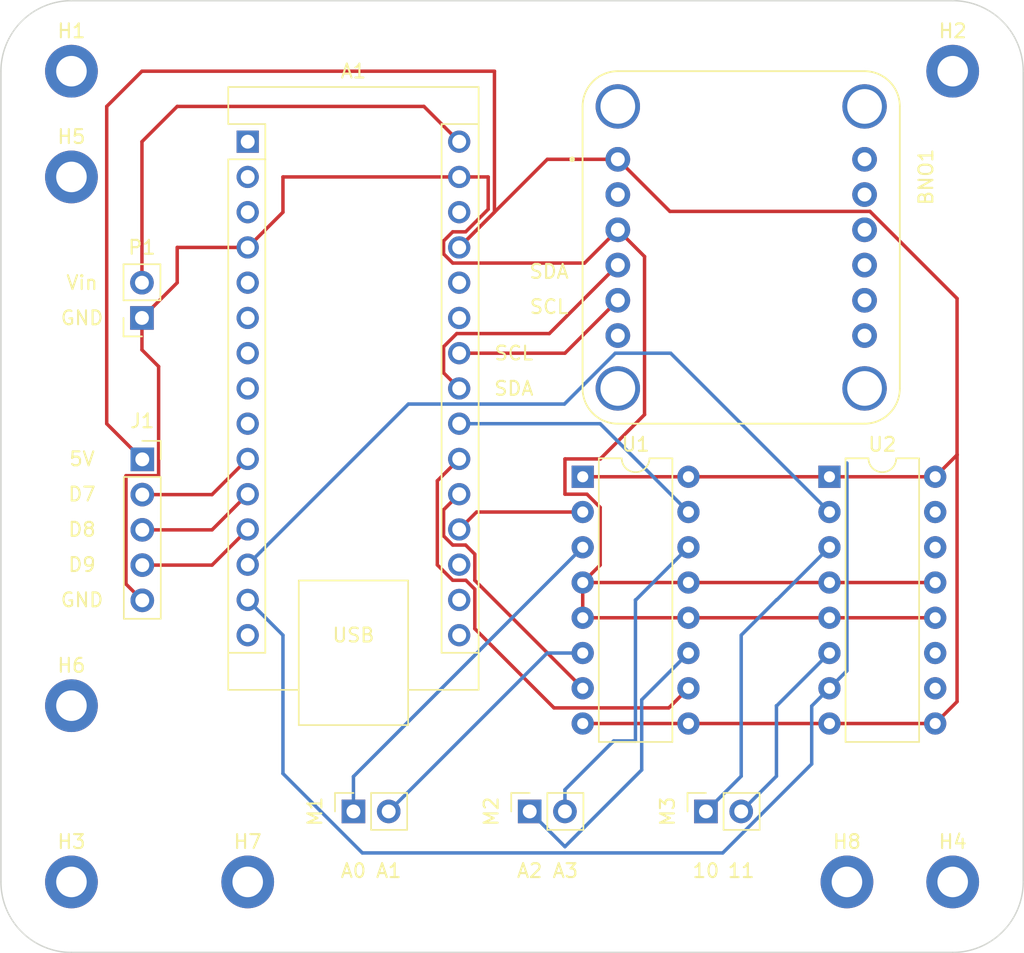
<source format=kicad_pcb>
(kicad_pcb (version 20211014) (generator pcbnew)
  (layers (0 "F.Cu" signal) (31 "B.Cu" signal) (34 "B.Paste" user) (35 "F.Paste" user) (36 "B.SilkS" user "B.Silkscreen") (37 "F.SilkS" user "F.Silkscreen") (38 "B.Mask" user) (39 "F.Mask" user) (44 "Edge.Cuts" user))
  (net 0 "")
  (net 4 "Net-(A1-Pad29)")
  (net 17 "Net-(A1-Pad27)")
  (net 18 "Net-(A1-Pad23)")
  (net 19 "Net-(A1-Pad24)")
  (net 20 "Net-(A1-Pad10)")
  (net 21 "Net-(A1-Pad11)")
  (net 22 "Net-(A1-Pad12)")
  (net 23 "Net-(A1-Pad19)")
  (net 24 "Net-(A1-Pad20)")
  (net 25 "Net-(A1-Pad21)")
  (net 26 "Net-(A1-Pad22)")
  (net 27 "Net-(A1-Pad30)")
  (net 36 "Net-(M1-Pad1)")
  (net 37 "Net-(M1-Pad2)")
  (net 38 "Net-(M2-Pad1)")
  (net 39 "Net-(M2-Pad2)")
  (net 40 "Net-(M3-Pad1)")
  (net 41 "Net-(M3-Pad2)")
  (net 46 "Net-(U2-Pad7)")
  (net 47 "Net-(U2-Pad2)")
  (footprint "MountingHole:MountingHole_2.2mm_M2_ISO14580_Pad" (layer "F.Cu") (at 162.56 114.3)
    (fp_text reference "H8" (at 0 -2.9) (layer "F.SilkS"))
    (fp_text value "MountingHole")
    (pad "1" thru_hole circle (at 0 0) (size 3.8 3.8) (drill 2.2) (layers *.Cu *.Mask))
  )
  (footprint "MountingHole:MountingHole_2.2mm_M2_ISO14580_Pad" (layer "F.Cu") (at 106.68 114.3)
    (fp_text reference "H3" (at 0 -2.9) (layer "F.SilkS"))
    (fp_text value "MountingHole")
    (pad "1" thru_hole circle (at 0 0) (size 3.8 3.8) (drill 2.2) (layers *.Cu *.Mask))
  )
  (footprint "Connector_PinSocket_2.54mm:PinSocket_1x02_P2.54mm_Vertical" (layer "F.Cu") (at 111.76 73.66 180)
    (fp_text reference "P1" (at 0 5.08) (layer "F.SilkS"))
    (fp_text value "Conn_01x02")
    (fp_line (start 1.33 -1.33) (end 1.33 0) (layer "F.SilkS") (width 0.12))
    (fp_line (start -1.33 1.27) (end 1.33 1.27) (layer "F.SilkS") (width 0.12))
    (fp_line (start -1.33 1.27) (end -1.33 3.87) (layer "F.SilkS") (width 0.12))
    (fp_line (start 0 -1.33) (end 1.33 -1.33) (layer "F.SilkS") (width 0.12))
    (fp_line (start 1.33 1.27) (end 1.33 3.87) (layer "F.SilkS") (width 0.12))
    (fp_line (start -1.33 3.87) (end 1.33 3.87) (layer "F.SilkS") (width 0.12))
    (pad "1" thru_hole rect (at 0 0 180) (size 1.7 1.7) (drill 1) (layers *.Cu *.Mask) (net 4 "Net-(A1-Pad29)"))
    (pad "2" thru_hole oval (at 0 2.54 180) (size 1.7 1.7) (drill 1) (layers *.Cu *.Mask) (net 27 "Net-(A1-Pad30)"))
  )
  (footprint "MountingHole:MountingHole_2.2mm_M2_ISO14580_Pad" (layer "F.Cu") (at 106.68 101.6)
    (fp_text reference "H6" (at 0 -2.9) (layer "F.SilkS"))
    (fp_text value "MountingHole")
    (pad "1" thru_hole circle (at 0 0) (size 3.8 3.8) (drill 2.2) (layers *.Cu *.Mask))
  )
  (footprint "MountingHole:MountingHole_2.2mm_M2_ISO14580_Pad" (layer "F.Cu") (at 119.38 114.3)
    (fp_text reference "H7" (at 0 -2.9) (layer "F.SilkS"))
    (fp_text value "MountingHole")
    (pad "1" thru_hole circle (at 0 0) (size 3.8 3.8) (drill 2.2) (layers *.Cu *.Mask))
  )
  (footprint "Connector_PinSocket_2.54mm:PinSocket_1x02_P2.54mm_Vertical" (layer "F.Cu") (at 139.7 109.22 90)
    (fp_text reference "M2" (at 0 -2.77 90) (layer "F.SilkS"))
    (fp_text value "Conn_01x02")
    (fp_line (start 1.33 1.27) (end 1.33 3.87) (layer "F.SilkS") (width 0.12))
    (fp_line (start -1.33 3.87) (end 1.33 3.87) (layer "F.SilkS") (width 0.12))
    (fp_line (start -1.33 1.27) (end 1.33 1.27) (layer "F.SilkS") (width 0.12))
    (fp_line (start 0 -1.33) (end 1.33 -1.33) (layer "F.SilkS") (width 0.12))
    (fp_line (start -1.33 1.27) (end -1.33 3.87) (layer "F.SilkS") (width 0.12))
    (fp_line (start 1.33 -1.33) (end 1.33 0) (layer "F.SilkS") (width 0.12))
    (pad "1" thru_hole rect (at 0 0 90) (size 1.7 1.7) (drill 1) (layers *.Cu *.Mask) (net 38 "Net-(M2-Pad1)"))
    (pad "2" thru_hole oval (at 0 2.54 90) (size 1.7 1.7) (drill 1) (layers *.Cu *.Mask) (net 39 "Net-(M2-Pad2)"))
  )
  (footprint "Connector_PinSocket_2.54mm:PinSocket_1x05_P2.54mm_Vertical" (layer "F.Cu") (at 111.785 83.85)
    (fp_text reference "J1" (at 0 -2.77) (layer "F.SilkS"))
    (fp_text value "Conn_01x05")
    (fp_line (start -1.33 1.27) (end -1.33 11.49) (layer "F.SilkS") (width 0.12))
    (fp_line (start -1.33 11.49) (end 1.33 11.49) (layer "F.SilkS") (width 0.12))
    (fp_line (start -1.33 1.27) (end 1.33 1.27) (layer "F.SilkS") (width 0.12))
    (fp_line (start 1.33 -1.33) (end 1.33 0) (layer "F.SilkS") (width 0.12))
    (fp_line (start 0 -1.33) (end 1.33 -1.33) (layer "F.SilkS") (width 0.12))
    (fp_line (start 1.33 1.27) (end 1.33 11.49) (layer "F.SilkS") (width 0.12))
    (pad "1" thru_hole rect (at 0 0) (size 1.7 1.7) (drill 1) (layers *.Cu *.Mask) (net 17 "Net-(A1-Pad27)"))
    (pad "2" thru_hole oval (at 0 2.54) (size 1.7 1.7) (drill 1) (layers *.Cu *.Mask) (net 20 "Net-(A1-Pad10)"))
    (pad "3" thru_hole oval (at 0 5.08) (size 1.7 1.7) (drill 1) (layers *.Cu *.Mask) (net 21 "Net-(A1-Pad11)"))
    (pad "4" thru_hole oval (at 0 7.62) (size 1.7 1.7) (drill 1) (layers *.Cu *.Mask) (net 22 "Net-(A1-Pad12)"))
    (pad "5" thru_hole oval (at 0 10.16) (size 1.7 1.7) (drill 1) (layers *.Cu *.Mask) (net 4 "Net-(A1-Pad29)"))
  )
  (footprint "Package_DIP:DIP-16_W7.62mm" (layer "F.Cu") (at 161.3 85.105)
    (fp_text reference "U2" (at 3.81 -2.33) (layer "F.SilkS"))
    (fp_text value "L293D")
    (fp_line (start 2.81 -1.33) (end 1.16 -1.33) (layer "F.SilkS") (width 0.12))
    (fp_line (start 6.46 19.11) (end 6.46 -1.33) (layer "F.SilkS") (width 0.12))
    (fp_line (start 1.16 -1.33) (end 1.16 19.11) (layer "F.SilkS") (width 0.12))
    (fp_line (start 6.46 -1.33) (end 4.81 -1.33) (layer "F.SilkS") (width 0.12))
    (fp_line (start 1.16 19.11) (end 6.46 19.11) (layer "F.SilkS") (width 0.12))
    (fp_arc (start 4.81 -1.33) (mid 3.81 -0.33) (end 2.81 -1.33) (layer "F.SilkS") (width 0.12))
    (pad "1" thru_hole rect (at 0 0) (size 1.6 1.6) (drill 0.8) (layers *.Cu *.Mask) (net 17 "Net-(A1-Pad27)"))
    (pad "2" thru_hole oval (at 0 2.54) (size 1.6 1.6) (drill 0.8) (layers *.Cu *.Mask) (net 47 "Net-(U2-Pad2)"))
    (pad "3" thru_hole oval (at 0 5.08) (size 1.6 1.6) (drill 0.8) (layers *.Cu *.Mask) (net 40 "Net-(M3-Pad1)"))
    (pad "4" thru_hole oval (at 0 7.62) (size 1.6 1.6) (drill 0.8) (layers *.Cu *.Mask) (net 4 "Net-(A1-Pad29)"))
    (pad "5" thru_hole oval (at 0 10.16) (size 1.6 1.6) (drill 0.8) (layers *.Cu *.Mask) (net 4 "Net-(A1-Pad29)"))
    (pad "6" thru_hole oval (at 0 12.7) (size 1.6 1.6) (drill 0.8) (layers *.Cu *.Mask) (net 41 "Net-(M3-Pad2)"))
    (pad "7" thru_hole oval (at 0 15.24) (size 1.6 1.6) (drill 0.8) (layers *.Cu *.Mask) (net 46 "Net-(U2-Pad7)"))
    (pad "8" thru_hole oval (at 0 17.78) (size 1.6 1.6) (drill 0.8) (layers *.Cu *.Mask) (net 17 "Net-(A1-Pad27)"))
    (pad "9" thru_hole oval (at 7.62 17.78) (size 1.6 1.6) (drill 0.8) (layers *.Cu *.Mask) (net 17 "Net-(A1-Pad27)"))
    (pad "10" thru_hole oval (at 7.62 15.24) (size 1.6 1.6) (drill 0.8) (layers *.Cu *.Mask))
    (pad "11" thru_hole oval (at 7.62 12.7) (size 1.6 1.6) (drill 0.8) (layers *.Cu *.Mask))
    (pad "12" thru_hole oval (at 7.62 10.16) (size 1.6 1.6) (drill 0.8) (layers *.Cu *.Mask) (net 4 "Net-(A1-Pad29)"))
    (pad "13" thru_hole oval (at 7.62 7.62) (size 1.6 1.6) (drill 0.8) (layers *.Cu *.Mask) (net 4 "Net-(A1-Pad29)"))
    (pad "14" thru_hole oval (at 7.62 5.08) (size 1.6 1.6) (drill 0.8) (layers *.Cu *.Mask))
    (pad "15" thru_hole oval (at 7.62 2.54) (size 1.6 1.6) (drill 0.8) (layers *.Cu *.Mask))
    (pad "16" thru_hole oval (at 7.62 0) (size 1.6 1.6) (drill 0.8) (layers *.Cu *.Mask) (net 17 "Net-(A1-Pad27)"))
  )
  (footprint "MountingHole:MountingHole_2.2mm_M2_ISO14580_Pad" (layer "F.Cu") (at 106.68 63.5)
    (fp_text reference "H5" (at 0 -2.9) (layer "F.SilkS"))
    (fp_text value "MountingHole")
    (pad "1" thru_hole circle (at 0 0) (size 3.8 3.8) (drill 2.2) (layers *.Cu *.Mask))
  )
  (footprint "Module:Arduino_Nano" (layer "F.Cu") (at 119.38 60.96)
    (fp_text reference "A1" (at 7.62 -5.08) (layer "F.SilkS"))
    (fp_text value "Arduino_Nano_Every")
    (fp_text user "USB" (at 7.62 35.56 unlocked) (layer "F.SilkS"))
    (fp_line (start 16.64 39.5) (end 16.64 -3.94) (layer "F.SilkS") (width 0.12))
    (fp_line (start 3.68 42.04) (end 3.68 31.62) (layer "F.SilkS") (width 0.12))
    (fp_line (start 1.27 1.27) (end 1.27 -1.27) (layer "F.SilkS") (width 0.12))
    (fp_line (start 3.68 31.62) (end 11.56 31.62) (layer "F.SilkS") (width 0.12))
    (fp_line (start -1.4 39.5) (end 3.68 39.5) (layer "F.SilkS") (width 0.12))
    (fp_line (start 1.27 1.27) (end 1.27 36.83) (layer "F.SilkS") (width 0.12))
    (fp_line (start 16.64 -3.94) (end -1.4 -3.94) (layer "F.SilkS") (width 0.12))
    (fp_line (start 13.97 -1.27) (end 13.97 36.83) (layer "F.SilkS") (width 0.12))
    (fp_line (start 1.27 1.27) (end -1.4 1.27) (layer "F.SilkS") (width 0.12))
    (fp_line (start 13.97 -1.27) (end 16.64 -1.27) (layer "F.SilkS") (width 0.12))
    (fp_line (start 11.56 42.04) (end 3.68 42.04) (layer "F.SilkS") (width 0.12))
    (fp_line (start -1.4 -3.94) (end -1.4 -1.27) (layer "F.SilkS") (width 0.12))
    (fp_line (start -1.4 1.27) (end -1.4 39.5) (layer "F.SilkS") (width 0.12))
    (fp_line (start 11.56 31.62) (end 11.56 42.04) (layer "F.SilkS") (width 0.12))
    (fp_line (start 1.27 -1.27) (end -1.4 -1.27) (layer "F.SilkS") (width 0.12))
    (fp_line (start 16.64 39.5) (end 11.56 39.5) (layer "F.SilkS") (width 0.12))
    (fp_line (start 13.97 36.83) (end 16.64 36.83) (layer "F.SilkS") (width 0.12))
    (fp_line (start 1.27 36.83) (end -1.4 36.83) (layer "F.SilkS") (width 0.12))
    (pad "1" thru_hole rect (at 0 0) (size 1.6 1.6) (drill 1) (layers *.Cu *.Mask))
    (pad "2" thru_hole oval (at 0 2.54) (size 1.6 1.6) (drill 1) (layers *.Cu *.Mask))
    (pad "3" thru_hole oval (at 0 5.08) (size 1.6 1.6) (drill 1) (layers *.Cu *.Mask))
    (pad "4" thru_hole oval (at 0 7.62) (size 1.6 1.6) (drill 1) (layers *.Cu *.Mask) (net 4 "Net-(A1-Pad29)"))
    (pad "5" thru_hole oval (at 0 10.16) (size 1.6 1.6) (drill 1) (layers *.Cu *.Mask))
    (pad "6" thru_hole oval (at 0 12.7) (size 1.6 1.6) (drill 1) (layers *.Cu *.Mask))
    (pad "7" thru_hole oval (at 0 15.24) (size 1.6 1.6) (drill 1) (layers *.Cu *.Mask))
    (pad "8" thru_hole oval (at 0 17.78) (size 1.6 1.6) (drill 1) (layers *.Cu *.Mask))
    (pad "9" thru_hole oval (at 0 20.32) (size 1.6 1.6) (drill 1) (layers *.Cu *.Mask))
    (pad "10" thru_hole oval (at 0 22.86) (size 1.6 1.6) (drill 1) (layers *.Cu *.Mask) (net 20 "Net-(A1-Pad10)"))
    (pad "11" thru_hole oval (at 0 25.4) (size 1.6 1.6) (drill 1) (layers *.Cu *.Mask) (net 21 "Net-(A1-Pad11)"))
    (pad "12" thru_hole oval (at 0 27.94) (size 1.6 1.6) (drill 1) (layers *.Cu *.Mask) (net 22 "Net-(A1-Pad12)"))
    (pad "13" thru_hole oval (at 0 30.48) (size 1.6 1.6) (drill 1) (layers *.Cu *.Mask) (net 47 "Net-(U2-Pad2)"))
    (pad "14" thru_hole oval (at 0 33.02) (size 1.6 1.6) (drill 1) (layers *.Cu *.Mask) (net 46 "Net-(U2-Pad7)"))
    (pad "15" thru_hole oval (at 0 35.56) (size 1.6 1.6) (drill 1) (layers *.Cu *.Mask))
    (pad "16" thru_hole oval (at 15.24 35.56) (size 1.6 1.6) (drill 1) (layers *.Cu *.Mask))
    (pad "17" thru_hole oval (at 15.24 33.02) (size 1.6 1.6) (drill 1) (layers *.Cu *.Mask))
    (pad "18" thru_hole oval (at 15.24 30.48) (size 1.6 1.6) (drill 1) (layers *.Cu *.Mask))
    (pad "19" thru_hole oval (at 15.24 27.94) (size 1.6 1.6) (drill 1) (layers *.Cu *.Mask) (net 23 "Net-(A1-Pad19)"))
    (pad "20" thru_hole oval (at 15.24 25.4) (size 1.6 1.6) (drill 1) (layers *.Cu *.Mask) (net 24 "Net-(A1-Pad20)"))
    (pad "21" thru_hole oval (at 15.24 22.86) (size 1.6 1.6) (drill 1) (layers *.Cu *.Mask) (net 25 "Net-(A1-Pad21)"))
    (pad "22" thru_hole oval (at 15.24 20.32) (size 1.6 1.6) (drill 1) (layers *.Cu *.Mask) (net 26 "Net-(A1-Pad22)"))
    (pad "23" thru_hole oval (at 15.24 17.78) (size 1.6 1.6) (drill 1) (layers *.Cu *.Mask) (net 18 "Net-(A1-Pad23)"))
    (pad "24" thru_hole oval (at 15.24 15.24) (size 1.6 1.6) (drill 1) (layers *.Cu *.Mask) (net 19 "Net-(A1-Pad24)"))
    (pad "25" thru_hole oval (at 15.24 12.7) (size 1.6 1.6) (drill 1) (layers *.Cu *.Mask))
    (pad "26" thru_hole oval (at 15.24 10.16) (size 1.6 1.6) (drill 1) (layers *.Cu *.Mask))
    (pad "27" thru_hole oval (at 15.24 7.62) (size 1.6 1.6) (drill 1) (layers *.Cu *.Mask) (net 17 "Net-(A1-Pad27)"))
    (pad "28" thru_hole oval (at 15.24 5.08) (size 1.6 1.6) (drill 1) (layers *.Cu *.Mask))
    (pad "29" thru_hole oval (at 15.24 2.54) (size 1.6 1.6) (drill 1) (layers *.Cu *.Mask) (net 4 "Net-(A1-Pad29)"))
    (pad "30" thru_hole oval (at 15.24 0) (size 1.6 1.6) (drill 1) (layers *.Cu *.Mask) (net 27 "Net-(A1-Pad30)"))
  )
  (footprint "Connector_PinSocket_2.54mm:PinSocket_1x02_P2.54mm_Vertical" (layer "F.Cu") (at 152.4 109.22 90)
    (fp_text reference "M3" (at 0 -2.77 90) (layer "F.SilkS"))
    (fp_text value "Conn_01x02")
    (fp_line (start -1.33 3.87) (end 1.33 3.87) (layer "F.SilkS") (width 0.12))
    (fp_line (start 1.33 1.27) (end 1.33 3.87) (layer "F.SilkS") (width 0.12))
    (fp_line (start -1.33 1.27) (end 1.33 1.27) (layer "F.SilkS") (width 0.12))
    (fp_line (start 0 -1.33) (end 1.33 -1.33) (layer "F.SilkS") (width 0.12))
    (fp_line (start 1.33 -1.33) (end 1.33 0) (layer "F.SilkS") (width 0.12))
    (fp_line (start -1.33 1.27) (end -1.33 3.87) (layer "F.SilkS") (width 0.12))
    (pad "1" thru_hole rect (at 0 0 90) (size 1.7 1.7) (drill 1) (layers *.Cu *.Mask) (net 40 "Net-(M3-Pad1)"))
    (pad "2" thru_hole oval (at 0 2.54 90) (size 1.7 1.7) (drill 1) (layers *.Cu *.Mask) (net 41 "Net-(M3-Pad2)"))
  )
  (footprint "Connector_PinSocket_2.54mm:PinSocket_1x02_P2.54mm_Vertical" (layer "F.Cu") (at 127 109.22 90)
    (fp_text reference "M1" (at 0 -2.77 90) (layer "F.SilkS"))
    (fp_text value "Conn_01x02")
    (fp_line (start 1.33 1.27) (end 1.33 3.87) (layer "F.SilkS") (width 0.12))
    (fp_line (start 1.33 -1.33) (end 1.33 0) (layer "F.SilkS") (width 0.12))
    (fp_line (start -1.33 1.27) (end -1.33 3.87) (layer "F.SilkS") (width 0.12))
    (fp_line (start -1.33 1.27) (end 1.33 1.27) (layer "F.SilkS") (width 0.12))
    (fp_line (start -1.33 3.87) (end 1.33 3.87) (layer "F.SilkS") (width 0.12))
    (fp_line (start 0 -1.33) (end 1.33 -1.33) (layer "F.SilkS") (width 0.12))
    (pad "1" thru_hole rect (at 0 0 90) (size 1.7 1.7) (drill 1) (layers *.Cu *.Mask) (net 36 "Net-(M1-Pad1)"))
    (pad "2" thru_hole oval (at 0 2.54 90) (size 1.7 1.7) (drill 1) (layers *.Cu *.Mask) (net 37 "Net-(M1-Pad2)"))
  )
  (footprint "MountingHole:MountingHole_2.2mm_M2_ISO14580_Pad" (layer "F.Cu") (at 170.18 55.88)
    (fp_text reference "H2" (at 0 -2.9) (layer "F.SilkS"))
    (fp_text value "MountingHole")
    (pad "1" thru_hole circle (at 0 0) (size 3.8 3.8) (drill 2.2) (layers *.Cu *.Mask))
  )
  (footprint "Package_DIP:DIP-16_W7.62mm" (layer "F.Cu") (at 143.52 85.105)
    (fp_text reference "U1" (at 3.81 -2.33) (layer "F.SilkS"))
    (fp_text value "L293D")
    (fp_line (start 6.46 -1.33) (end 4.81 -1.33) (layer "F.SilkS") (width 0.12))
    (fp_line (start 6.46 19.11) (end 6.46 -1.33) (layer "F.SilkS") (width 0.12))
    (fp_line (start 1.16 -1.33) (end 1.16 19.11) (layer "F.SilkS") (width 0.12))
    (fp_line (start 1.16 19.11) (end 6.46 19.11) (layer "F.SilkS") (width 0.12))
    (fp_line (start 2.81 -1.33) (end 1.16 -1.33) (layer "F.SilkS") (width 0.12))
    (fp_arc (start 4.81 -1.33) (mid 3.81 -0.33) (end 2.81 -1.33) (layer "F.SilkS") (width 0.12))
    (pad "1" thru_hole rect (at 0 0) (size 1.6 1.6) (drill 0.8) (layers *.Cu *.Mask) (net 17 "Net-(A1-Pad27)"))
    (pad "2" thru_hole oval (at 0 2.54) (size 1.6 1.6) (drill 0.8) (layers *.Cu *.Mask) (net 23 "Net-(A1-Pad19)"))
    (pad "3" thru_hole oval (at 0 5.08) (size 1.6 1.6) (drill 0.8) (layers *.Cu *.Mask) (net 36 "Net-(M1-Pad1)"))
    (pad "4" thru_hole oval (at 0 7.62) (size 1.6 1.6) (drill 0.8) (layers *.Cu *.Mask) (net 4 "Net-(A1-Pad29)"))
    (pad "5" thru_hole oval (at 0 10.16) (size 1.6 1.6) (drill 0.8) (layers *.Cu *.Mask) (net 4 "Net-(A1-Pad29)"))
    (pad "6" thru_hole oval (at 0 12.7) (size 1.6 1.6) (drill 0.8) (layers *.Cu *.Mask) (net 37 "Net-(M1-Pad2)"))
    (pad "7" thru_hole oval (at 0 15.24) (size 1.6 1.6) (drill 0.8) (layers *.Cu *.Mask) (net 24 "Net-(A1-Pad20)"))
    (pad "8" thru_hole oval (at 0 17.78) (size 1.6 1.6) (drill 0.8) (layers *.Cu *.Mask) (net 17 "Net-(A1-Pad27)"))
    (pad "9" thru_hole oval (at 7.62 17.78) (size 1.6 1.6) (drill 0.8) (layers *.Cu *.Mask) (net 17 "Net-(A1-Pad27)"))
    (pad "10" thru_hole oval (at 7.62 15.24) (size 1.6 1.6) (drill 0.8) (layers *.Cu *.Mask) (net 25 "Net-(A1-Pad21)"))
    (pad "11" thru_hole oval (at 7.62 12.7) (size 1.6 1.6) (drill 0.8) (layers *.Cu *.Mask) (net 38 "Net-(M2-Pad1)"))
    (pad "12" thru_hole oval (at 7.62 10.16) (size 1.6 1.6) (drill 0.8) (layers *.Cu *.Mask) (net 4 "Net-(A1-Pad29)"))
    (pad "13" thru_hole oval (at 7.62 7.62) (size 1.6 1.6) (drill 0.8) (layers *.Cu *.Mask) (net 4 "Net-(A1-Pad29)"))
    (pad "14" thru_hole oval (at 7.62 5.08) (size 1.6 1.6) (drill 0.8) (layers *.Cu *.Mask) (net 39 "Net-(M2-Pad2)"))
    (pad "15" thru_hole oval (at 7.62 2.54) (size 1.6 1.6) (drill 0.8) (layers *.Cu *.Mask) (net 26 "Net-(A1-Pad22)"))
    (pad "16" thru_hole oval (at 7.62 0) (size 1.6 1.6) (drill 0.8) (layers *.Cu *.Mask) (net 17 "Net-(A1-Pad27)"))
  )
  (footprint "MountingHole:MountingHole_2.2mm_M2_ISO14580_Pad" (layer "F.Cu") (at 170.18 114.3)
    (fp_text reference "H4" (at 0 -2.9) (layer "F.SilkS"))
    (fp_text value "MountingHole")
    (pad "1" thru_hole circle (at 0 0) (size 3.8 3.8) (drill 2.2) (layers *.Cu *.Mask))
  )
  (footprint "MountingHole:MountingHole_2.2mm_M2_ISO14580_Pad" (layer "F.Cu") (at 106.68 55.88)
    (fp_text reference "H1" (at 0 -2.9) (layer "F.SilkS"))
    (fp_text value "MountingHole")
    (pad "1" thru_hole circle (at 0 0) (size 3.8 3.8) (drill 2.2) (layers *.Cu *.Mask))
  )
  (footprint "KiCad:MODULE_4754" (layer "F.Cu") (at 154.94 68.58 -90)
    (fp_text reference "BNO1" (at -5.08 -13.315 90) (layer "F.SilkS"))
    (fp_text value "4754")
    (fp_line (start -10.16 11.43) (end 10.16 11.43) (layer "F.SilkS") (width 0.127))
    (fp_line (start 10.16 -11.43) (end -10.16 -11.43) (layer "F.SilkS") (width 0.127))
    (fp_line (start -12.7 -8.89) (end -12.7 8.89) (layer "F.SilkS") (width 0.127))
    (fp_line (start 12.7 8.89) (end 12.7 -8.89) (layer "F.SilkS") (width 0.127))
    (fp_arc (start -12.7 -8.89) (mid -11.956051 -10.686051) (end -10.16 -11.43) (layer "F.SilkS") (width 0.127))
    (fp_arc (start -10.16 11.43) (mid -11.956051 10.686051) (end -12.7 8.89) (layer "F.SilkS") (width 0.127))
    (fp_arc (start 10.16 -11.43) (mid 11.956051 -10.686051) (end 12.7 -8.89) (layer "F.SilkS") (width 0.127))
    (fp_arc (start 12.7 8.89) (mid 11.956051 10.686051) (end 10.16 11.43) (layer "F.SilkS") (width 0.127))
    (fp_circle (center -6.35 12.18) (end -6.25 12.18) (layer "F.SilkS") (width 0.2) (fill none))
    (pad "JP1_1" thru_hole circle locked (at -6.35 8.89 270) (size 1.778 1.778) (drill 1) (layers *.Cu *.Mask) (net 17 "Net-(A1-Pad27)"))
    (pad "JP1_2" thru_hole circle locked (at -3.81 8.89 270) (size 1.778 1.778) (drill 1) (layers *.Cu *.Mask))
    (pad "JP1_3" thru_hole circle locked (at -1.27 8.89 270) (size 1.778 1.778) (drill 1) (layers *.Cu *.Mask) (net 4 "Net-(A1-Pad29)"))
    (pad "JP1_4" thru_hole circle locked (at 1.27 8.89 270) (size 1.778 1.778) (drill 1) (layers *.Cu *.Mask) (net 18 "Net-(A1-Pad23)"))
    (pad "JP1_5" thru_hole circle locked (at 3.81 8.89 270) (size 1.778 1.778) (drill 1) (layers *.Cu *.Mask) (net 19 "Net-(A1-Pad24)"))
    (pad "JP1_6" thru_hole circle locked (at 6.35 8.89 270) (size 1.778 1.778) (drill 1) (layers *.Cu *.Mask))
    (pad "JP2_1" thru_hole circle locked (at -6.35 -8.89 270) (size 1.778 1.778) (drill 1) (layers *.Cu *.Mask))
    (pad "JP2_2" thru_hole circle locked (at -3.81 -8.89 270) (size 1.778 1.778) (drill 1) (layers *.Cu *.Mask))
    (pad "JP2_3" thru_hole circle locked (at -1.27 -8.89 270) (size 1.778 1.778) (drill 1) (layers *.Cu *.Mask))
    (pad "JP2_4" thru_hole circle locked (at 1.27 -8.89 270) (size 1.778 1.778) (drill 1) (layers *.Cu *.Mask))
    (pad "JP2_5" thru_hole circle locked (at 3.81 -8.89 270) (size 1.778 1.778) (drill 1) (layers *.Cu *.Mask))
    (pad "JP2_6" thru_hole circle locked (at 6.35 -8.89 270) (size 1.778 1.778) (drill 1) (layers *.Cu *.Mask))
    (pad "P1" thru_hole circle locked (at -10.16 -8.89 270) (size 3.2 3.2) (drill 2.5) (layers *.Cu *.Mask))
    (pad "P2" thru_hole circle locked (at 10.16 -8.89 270) (size 3.2 3.2) (drill 2.5) (layers *.Cu *.Mask))
    (pad "P3" thru_hole circle locked (at -10.16 8.89 270) (size 3.2 3.2) (drill 2.5) (layers *.Cu *.Mask))
    (pad "P4" thru_hole circle locked (at 10.16 8.89 270) (size 3.2 3.2) (drill 2.5) (layers *.Cu *.Mask))
  )
  (gr_arc (start 175.26 114.3) (mid 173.772102 117.892102) (end 170.18 119.38) (layer "Edge.Cuts") (width 0.1))
  (gr_arc (start 106.68 119.38) (mid 103.087898 117.892102) (end 101.6 114.3) (layer "Edge.Cuts") (width 0.1))
  (gr_line (start 170.18 119.38) (end 106.68 119.38) (layer "Edge.Cuts") (width 0.1))
  (gr_line (start 175.26 55.88) (end 175.26 114.3) (layer "Edge.Cuts") (width 0.1))
  (gr_line (start 106.68 50.8) (end 170.18 50.8) (layer "Edge.Cuts") (width 0.1))
  (gr_arc (start 170.18 50.8) (mid 173.772102 52.287898) (end 175.26 55.88) (layer "Edge.Cuts") (width 0.1))
  (gr_arc (start 101.6 55.88) (mid 103.087898 52.287898) (end 106.68 50.8) (layer "Edge.Cuts") (width 0.1))
  (gr_line (start 101.6 55.88) (end 101.6 114.3) (layer "Edge.Cuts") (width 0.1))
  (gr_text "SCL   " (at 139.7 76.2) (layer "F.SilkS") (effects (font (size 1 1))))
  (gr_text "A3\n\n" (at 142.27 114.3) (layer "F.SilkS") (effects (font (size 1 1))))
  (gr_text "  D8" (at 106.68 88.9) (layer "F.SilkS") (effects (font (size 1 1))))
  (gr_text "10\n\n" (at 152.4 114.3) (layer "F.SilkS") (effects (font (size 1 1))))
  (gr_text "  5V" (at 106.68 83.82) (layer "F.SilkS") (effects (font (size 1 1))))
  (gr_text "SDA   " (at 139.7 78.74) (layer "F.SilkS") (effects (font (size 1 1))))
  (gr_text "11\n\n" (at 154.94 114.3) (layer "F.SilkS") (effects (font (size 1 1))))
  (gr_text "A2\n\n" (at 139.7 114.3) (layer "F.SilkS") (effects (font (size 1 1))))
  (gr_text "  GND" (at 106.68 73.66) (layer "F.SilkS") (effects (font (size 1 1))))
  (gr_text "  D9" (at 106.68 91.44) (layer "F.SilkS") (effects (font (size 1 1))))
  (gr_text "A0\n\n" (at 127 114.3) (layer "F.SilkS") (effects (font (size 1 1))))
  (gr_text "SDA   \n " (at 142.24 71.12) (layer "F.SilkS") (effects (font (size 1 1))))
  (gr_text "A1\n\n" (at 129.54 114.3) (layer "F.SilkS") (effects (font (size 1 1))))
  (gr_text "  GND" (at 106.68 93.98) (layer "F.SilkS") (effects (font (size 1 1))))
  (gr_text "  Vin" (at 106.68 71.12) (layer "F.SilkS") (effects (font (size 1 1))))
  (gr_text "SCL   \n " (at 142.24 73.66) (layer "F.SilkS") (effects (font (size 1 1))))
  (gr_text "  D7" (at 106.68 86.36) (layer "F.SilkS") (effects (font (size 1 1))))
  (segment (start 110.61 92.835) (end 110.61 85.025) (width 0.25) (layer "F.Cu") (net 4))
  (segment (start 144.78 87.314009) (end 144.78 91.465) (width 0.25) (layer "F.Cu") (net 4))
  (segment (start 147.975 80.625) (end 147.975 69.235) (width 0.25) (layer "F.Cu") (net 4))
  (segment (start 111.76 73.66) (end 111.76 75.96) (width 0.25) (layer "F.Cu") (net 4))
  (segment (start 143.825991 86.36) (end 144.78 87.314009) (width 0.25) (layer "F.Cu") (net 4))
  (segment (start 144.78 83.82) (end 142.24 83.82) (width 0.25) (layer "F.Cu") (net 4))
  (segment (start 142.24 86.36) (end 143.825991 86.36) (width 0.25) (layer "F.Cu") (net 4))
  (segment (start 111.76 75.96) (end 112.96 77.16) (width 0.25) (layer "F.Cu") (net 4))
  (segment (start 143.655 69.705) (end 146.05 67.31) (width 0.25) (layer "F.Cu") (net 4))
  (segment (start 110.61 85.025) (end 112.96 85.025) (width 0.25) (layer "F.Cu") (net 4))
  (segment (start 144.78 91.465) (end 143.52 92.725) (width 0.25) (layer "F.Cu") (net 4))
  (segment (start 112.96 85.025) (end 112.96 77.16) (width 0.25) (layer "F.Cu") (net 4))
  (segment (start 114.3 71.12) (end 114.3 68.58) (width 0.25) (layer "F.Cu") (net 4))
  (segment (start 136.71 63.5) (end 136.71 65.830991) (width 0.25) (layer "F.Cu") (net 4))
  (segment (start 119.38 68.58) (end 121.92 66.04) (width 0.25) (layer "F.Cu") (net 4))
  (segment (start 111.785 94.01) (end 110.61 92.835) (width 0.25) (layer "F.Cu") (net 4))
  (segment (start 134.154009 69.705) (end 143.655 69.705) (width 0.25) (layer "F.Cu") (net 4))
  (segment (start 121.92 63.5) (end 134.62 63.5) (width 0.25) (layer "F.Cu") (net 4))
  (segment (start 134.62 63.5) (end 136.71 63.5) (width 0.25) (layer "F.Cu") (net 4))
  (segment (start 147.975 69.235) (end 146.05 67.31) (width 0.25) (layer "F.Cu") (net 4))
  (segment (start 143.52 92.725) (end 151.14 92.725) (width 0.25) (layer "F.Cu") (net 4))
  (segment (start 144.78 83.82) (end 147.975 80.625) (width 0.25) (layer "F.Cu") (net 4))
  (segment (start 134.154009 67.455) (end 133.495 68.114009) (width 0.25) (layer "F.Cu") (net 4))
  (segment (start 144.805 83.82) (end 144.78 83.82) (width 0.25) (layer "F.Cu") (net 4))
  (segment (start 133.495 68.114009) (end 133.495 69.045991) (width 0.25) (layer "F.Cu") (net 4))
  (segment (start 136.71 65.830991) (end 135.085991 67.455) (width 0.25) (layer "F.Cu") (net 4))
  (segment (start 114.3 68.58) (end 119.38 68.58) (width 0.25) (layer "F.Cu") (net 4))
  (segment (start 135.085991 67.455) (end 134.154009 67.455) (width 0.25) (layer "F.Cu") (net 4))
  (segment (start 161.3 95.265) (end 168.92 95.265) (width 0.25) (layer "F.Cu") (net 4))
  (segment (start 143.52 92.725) (end 143.52 95.265) (width 0.25) (layer "F.Cu") (net 4))
  (segment (start 133.495 69.045991) (end 134.154009 69.705) (width 0.25) (layer "F.Cu") (net 4))
  (segment (start 151.14 95.265) (end 161.3 95.265) (width 0.25) (layer "F.Cu") (net 4))
  (segment (start 121.92 66.04) (end 121.92 63.5) (width 0.25) (layer "F.Cu") (net 4))
  (segment (start 111.76 73.66) (end 114.3 71.12) (width 0.25) (layer "F.Cu") (net 4))
  (segment (start 142.24 83.82) (end 142.24 86.36) (width 0.25) (layer "F.Cu") (net 4))
  (segment (start 151.14 92.725) (end 161.3 92.725) (width 0.25) (layer "F.Cu") (net 4))
  (segment (start 161.3 92.725) (end 168.92 92.725) (width 0.25) (layer "F.Cu") (net 4))
  (segment (start 143.52 95.265) (end 151.14 95.265) (width 0.25) (layer "F.Cu") (net 4))
  (segment (start 111.785 83.85) (end 111.785 83.845) (width 0.25) (layer "F.Cu") (net 17))
  (segment (start 111.76 55.88) (end 137.16 55.88) (width 0.25) (layer "F.Cu") (net 17))
  (segment (start 137.16 66.04) (end 134.62 68.58) (width 0.25) (layer "F.Cu") (net 17))
  (segment (start 161.3 85.105) (end 168.92 85.105) (width 0.25) (layer "F.Cu") (net 17))
  (segment (start 170.495 83.53) (end 170.495 83.505) (width 0.25) (layer "F.Cu") (net 17))
  (segment (start 109.22 58.42) (end 111.76 55.88) (width 0.25) (layer "F.Cu") (net 17))
  (segment (start 151.14 102.885) (end 161.3 102.885) (width 0.25) (layer "F.Cu") (net 17))
  (segment (start 168.92 102.885) (end 170.495 101.31) (width 0.25) (layer "F.Cu") (net 17))
  (segment (start 168.92 85.105) (end 170.495 83.53) (width 0.25) (layer "F.Cu") (net 17))
  (segment (start 111.785 83.845) (end 109.22 81.28) (width 0.25) (layer "F.Cu") (net 17))
  (segment (start 109.22 81.28) (end 109.22 58.42) (width 0.25) (layer "F.Cu") (net 17))
  (segment (start 134.62 68.58) (end 140.97 62.23) (width 0.25) (layer "F.Cu") (net 17))
  (segment (start 143.52 85.105) (end 151.14 85.105) (width 0.25) (layer "F.Cu") (net 17))
  (segment (start 151.14 85.105) (end 161.3 85.105) (width 0.25) (layer "F.Cu") (net 17))
  (segment (start 149.804 65.984) (end 146.05 62.23) (width 0.25) (layer "F.Cu") (net 17))
  (segment (start 164.220856 65.984) (end 149.804 65.984) (width 0.25) (layer "F.Cu") (net 17))
  (segment (start 143.52 102.885) (end 151.14 102.885) (width 0.25) (layer "F.Cu") (net 17))
  (segment (start 161.3 102.885) (end 168.92 102.885) (width 0.25) (layer "F.Cu") (net 17))
  (segment (start 170.495 101.31) (end 170.495 83.505) (width 0.25) (layer "F.Cu") (net 17))
  (segment (start 137.16 55.88) (end 137.16 66.04) (width 0.25) (layer "F.Cu") (net 17))
  (segment (start 140.97 62.23) (end 146.05 62.23) (width 0.25) (layer "F.Cu") (net 17))
  (segment (start 170.495 72.258144) (end 164.220856 65.984) (width 0.25) (layer "F.Cu") (net 17))
  (segment (start 170.495 83.505) (end 170.495 72.258144) (width 0.25) (layer "F.Cu") (net 17))
  (segment (start 133.495 77.615) (end 133.495 75.734009) (width 0.25) (layer "F.Cu") (net 18))
  (segment (start 141.115 74.785) (end 146.05 69.85) (width 0.25) (layer "F.Cu") (net 18))
  (segment (start 133.495 75.734009) (end 134.444009 74.785) (width 0.25) (layer "F.Cu") (net 18))
  (segment (start 134.444009 74.785) (end 141.115 74.785) (width 0.25) (layer "F.Cu") (net 18))
  (segment (start 134.62 78.74) (end 133.495 77.615) (width 0.25) (layer "F.Cu") (net 18))
  (segment (start 134.62 76.2) (end 142.24 76.2) (width 0.25) (layer "F.Cu") (net 19))
  (segment (start 142.24 76.2) (end 146.05 72.39) (width 0.25) (layer "F.Cu") (net 19))
  (segment (start 111.785 86.39) (end 116.81 86.39) (width 0.25) (layer "F.Cu") (net 20))
  (segment (start 116.81 86.39) (end 119.38 83.82) (width 0.25) (layer "F.Cu") (net 20))
  (segment (start 116.81 88.93) (end 119.38 86.36) (width 0.25) (layer "F.Cu") (net 21))
  (segment (start 111.785 88.93) (end 116.81 88.93) (width 0.25) (layer "F.Cu") (net 21))
  (segment (start 111.785 91.47) (end 116.81 91.47) (width 0.25) (layer "F.Cu") (net 22))
  (segment (start 116.81 91.47) (end 119.38 88.9) (width 0.25) (layer "F.Cu") (net 22))
  (segment (start 143.52 87.645) (end 135.875 87.645) (width 0.25) (layer "F.Cu") (net 23))
  (segment (start 135.875 87.645) (end 134.62 88.9) (width 0.25) (layer "F.Cu") (net 23))
  (segment (start 135.745 90.684009) (end 135.085991 90.025) (width 0.25) (layer "F.Cu") (net 24))
  (segment (start 143.52 100.345) (end 135.745 92.57) (width 0.25) (layer "F.Cu") (net 24))
  (segment (start 133.495 89.365991) (end 133.495 87.485) (width 0.25) (layer "F.Cu") (net 24))
  (segment (start 135.745 92.57) (end 135.745 90.684009) (width 0.25) (layer "F.Cu") (net 24))
  (segment (start 135.085991 90.025) (end 134.154009 90.025) (width 0.25) (layer "F.Cu") (net 24))
  (segment (start 134.154009 90.025) (end 133.495 89.365991) (width 0.25) (layer "F.Cu") (net 24))
  (segment (start 133.495 87.485) (end 134.62 86.36) (width 0.25) (layer "F.Cu") (net 24))
  (segment (start 133.045 85.395) (end 134.62 83.82) (width 0.25) (layer "F.Cu") (net 25))
  (segment (start 135.745 96.054009) (end 135.745 93.206396) (width 0.25) (layer "F.Cu") (net 25))
  (segment (start 149.725 101.76) (end 141.450991 101.76) (width 0.25) (layer "F.Cu") (net 25))
  (segment (start 135.745 93.206396) (end 135.103604 92.565) (width 0.25) (layer "F.Cu") (net 25))
  (segment (start 151.14 100.345) (end 149.725 101.76) (width 0.25) (layer "F.Cu") (net 25))
  (segment (start 133.045 91.455991) (end 133.045 85.395) (width 0.25) (layer "F.Cu") (net 25))
  (segment (start 134.154009 92.565) (end 133.045 91.455991) (width 0.25) (layer "F.Cu") (net 25))
  (segment (start 141.450991 101.76) (end 135.745 96.054009) (width 0.25) (layer "F.Cu") (net 25))
  (segment (start 135.103604 92.565) (end 134.154009 92.565) (width 0.25) (layer "F.Cu") (net 25))
  (segment (start 144.775 81.28) (end 134.62 81.28) (width 0.25) (layer "B.Cu") (net 26))
  (segment (start 151.14 87.645) (end 144.775 81.28) (width 0.25) (layer "B.Cu") (net 26))
  (segment (start 111.76 71.12) (end 111.76 60.96) (width 0.25) (layer "F.Cu") (net 27))
  (segment (start 111.76 60.96) (end 114.3 58.42) (width 0.25) (layer "F.Cu") (net 27))
  (segment (start 132.08 58.42) (end 134.62 60.96) (width 0.25) (layer "F.Cu") (net 27))
  (segment (start 114.3 58.42) (end 132.08 58.42) (width 0.25) (layer "F.Cu") (net 27))
  (segment (start 127 106.705) (end 143.52 90.185) (width 0.25) (layer "B.Cu") (net 36))
  (segment (start 127 109.22) (end 127 106.705) (width 0.25) (layer "B.Cu") (net 36))
  (segment (start 143.52 97.805) (end 140.955 97.805) (width 0.25) (layer "B.Cu") (net 37))
  (segment (start 140.955 97.805) (end 129.54 109.22) (width 0.25) (layer "B.Cu") (net 37))
  (segment (start 147.77 101.175) (end 147.77 106.23) (width 0.25) (layer "B.Cu") (net 38))
  (segment (start 142.24 111.76) (end 139.7 109.22) (width 0.25) (layer "B.Cu") (net 38))
  (segment (start 151.14 97.805) (end 147.77 101.175) (width 0.25) (layer "B.Cu") (net 38))
  (segment (start 147.77 106.23) (end 142.24 111.76) (width 0.25) (layer "B.Cu") (net 38))
  (segment (start 142.24 109.22) (end 142.24 107.654009) (width 0.25) (layer "B.Cu") (net 39))
  (segment (start 145.754009 104.14) (end 147.32 104.14) (width 0.25) (layer "B.Cu") (net 39))
  (segment (start 147.32 104.14) (end 147.32 93.98) (width 0.25) (layer "B.Cu") (net 39))
  (segment (start 142.24 107.654009) (end 145.754009 104.14) (width 0.25) (layer "B.Cu") (net 39))
  (segment (start 147.345 93.98) (end 151.14 90.185) (width 0.25) (layer "B.Cu") (net 39))
  (segment (start 147.32 93.98) (end 147.345 93.98) (width 0.25) (layer "B.Cu") (net 39))
  (segment (start 157.48 93.98) (end 154.94 96.52) (width 0.25) (layer "B.Cu") (net 40))
  (segment (start 157.505 93.98) (end 157.48 93.98) (width 0.25) (layer "B.Cu") (net 40))
  (segment (start 154.94 96.52) (end 154.94 106.68) (width 0.25) (layer "B.Cu") (net 40))
  (segment (start 161.3 90.185) (end 157.505 93.98) (width 0.25) (layer "B.Cu") (net 40))
  (segment (start 154.94 106.68) (end 152.4 109.22) (width 0.25) (layer "B.Cu") (net 40))
  (segment (start 157.505 101.6) (end 161.3 97.805) (width 0.25) (layer "B.Cu") (net 41))
  (segment (start 154.94 109.22) (end 157.48 106.68) (width 0.25) (layer "B.Cu") (net 41))
  (segment (start 157.48 101.6) (end 157.505 101.6) (width 0.25) (layer "B.Cu") (net 41))
  (segment (start 157.48 106.68) (end 157.48 101.6) (width 0.25) (layer "B.Cu") (net 41))
  (segment (start 121.92 106.49) (end 127.64 112.21) (width 0.25) (layer "B.Cu") (net 46))
  (segment (start 162.56 84.115) (end 162.56 99.085) (width 0.25) (layer "B.Cu") (net 46))
  (segment (start 160.02 105.801701) (end 160.02 101.625) (width 0.25) (layer "B.Cu") (net 46))
  (segment (start 162.56 99.085) (end 161.3 100.345) (width 0.25) (layer "B.Cu") (net 46))
  (segment (start 160.02 101.625) (end 161.3 100.345) (width 0.25) (layer "B.Cu") (net 46))
  (segment (start 153.611701 112.21) (end 160.02 105.801701) (width 0.25) (layer "B.Cu") (net 46))
  (segment (start 119.38 93.98) (end 121.92 96.52) (width 0.25) (layer "B.Cu") (net 46))
  (segment (start 121.92 96.52) (end 121.92 106.49) (width 0.25) (layer "B.Cu") (net 46))
  (segment (start 127.64 112.21) (end 153.611701 112.21) (width 0.25) (layer "B.Cu") (net 46))
  (segment (start 145.867638 76.2) (end 149.855 76.2) (width 0.25) (layer "B.Cu") (net 47))
  (segment (start 130.955 79.865) (end 142.202638 79.865) (width 0.25) (layer "B.Cu") (net 47))
  (segment (start 119.38 91.44) (end 130.955 79.865) (width 0.25) (layer "B.Cu") (net 47))
  (segment (start 149.855 76.2) (end 161.3 87.645) (width 0.25) (layer "B.Cu") (net 47))
  (segment (start 142.202638 79.865) (end 145.867638 76.2) (width 0.25) (layer "B.Cu") (net 47))
)
</source>
